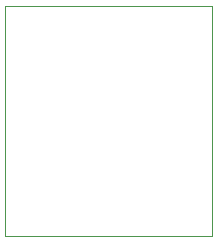
<source format=gko>
%TF.GenerationSoftware,KiCad,Pcbnew,5.99.0-unknown-9aa2d7e101~106~ubuntu20.04.1*%
%TF.CreationDate,2021-01-04T22:18:03-08:00*%
%TF.ProjectId,MotorJST,4d6f746f-724a-4535-942e-6b696361645f,rev?*%
%TF.SameCoordinates,PXb97d5a0PY81390e0*%
%TF.FileFunction,Profile,NP*%
%FSLAX46Y46*%
G04 Gerber Fmt 4.6, Leading zero omitted, Abs format (unit mm)*
G04 Created by KiCad (PCBNEW 5.99.0-unknown-9aa2d7e101~106~ubuntu20.04.1) date 2021-01-04 22:18:03*
%MOMM*%
%LPD*%
G01*
G04 APERTURE LIST*
%TA.AperFunction,Profile*%
%ADD10C,0.050000*%
%TD*%
G04 APERTURE END LIST*
D10*
X17500000Y0D02*
X0Y0D01*
X17500000Y19500000D02*
X17500000Y0D01*
X0Y0D02*
X0Y19500000D01*
X0Y19500000D02*
X17500000Y19500000D01*
M02*

</source>
